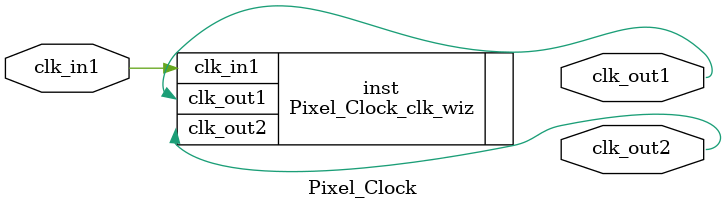
<source format=v>


`timescale 1ps/1ps

(* CORE_GENERATION_INFO = "Pixel_Clock,clk_wiz_v5_4_3_0,{component_name=Pixel_Clock,use_phase_alignment=true,use_min_o_jitter=false,use_max_i_jitter=false,use_dyn_phase_shift=false,use_inclk_switchover=false,use_dyn_reconfig=false,enable_axi=0,feedback_source=FDBK_AUTO,PRIMITIVE=MMCM,num_out_clk=2,clkin1_period=10.000,clkin2_period=10.000,use_power_down=false,use_reset=false,use_locked=false,use_inclk_stopped=false,feedback_type=SINGLE,CLOCK_MGR_TYPE=NA,manual_override=false}" *)

module Pixel_Clock 
 (
  // Clock out ports
  output        clk_out1,
  output        clk_out2,
 // Clock in ports
  input         clk_in1
 );

  Pixel_Clock_clk_wiz inst
  (
  // Clock out ports  
  .clk_out1(clk_out1),
  .clk_out2(clk_out2),
 // Clock in ports
  .clk_in1(clk_in1)
  );

endmodule

</source>
